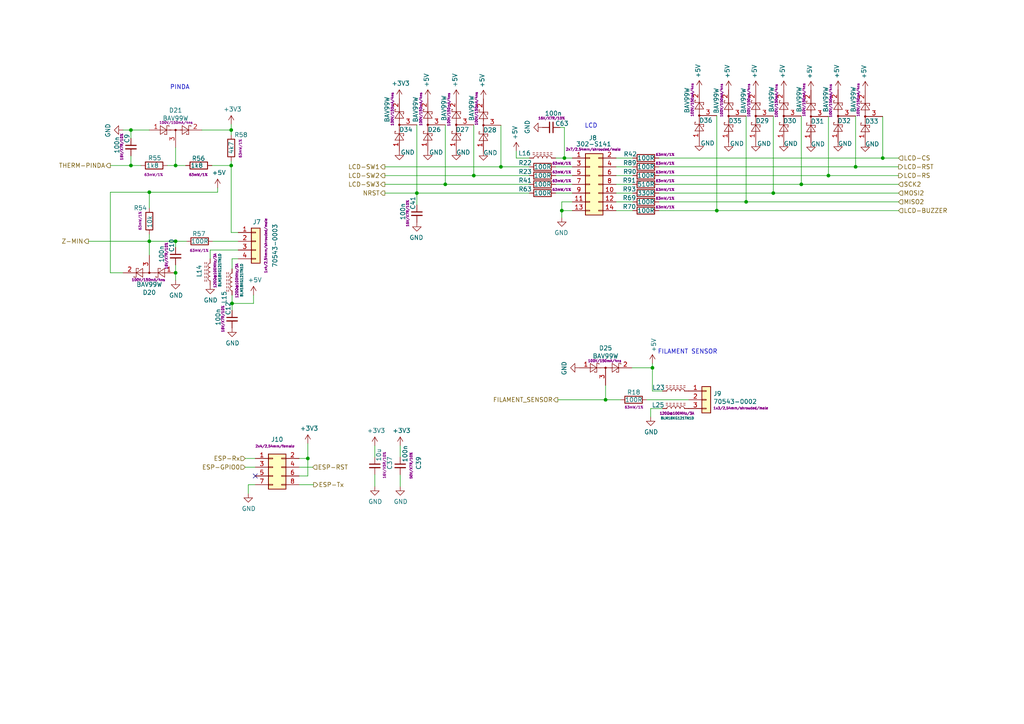
<source format=kicad_sch>
(kicad_sch (version 20211123) (generator eeschema)
  (paper "A4")
  (title_block (title "Buddy") (date "2019-10-24") (rev "v1.0.0") (company "PRUSA Research s.r.o.") (comment 1 "http://creativecommons.org/licenses/by-sa/4.0/") (comment 2 "Licensed under the Attribution-ShareAlike 4.0 International (CC BY-SA 4.0)"))
  (lib_symbols
    (symbol "BUDDY_v1.0.0-rescue:L_Core_Ferrite-Device" (pin_numbers hide) (pin_names (offset 1.016) hide)
      (property "Reference" "L" (at -1.27 0 90))
      (property "Value" "L_Core_Ferrite-Device" (at 2.794 0 90))
      (symbol "L_Core_Ferrite-Device_0_1"
        (arc (start 0 -2.54) (mid 0.635 -1.905) (end 0 -1.27))
        (arc (start 0 -1.27) (mid 0.635 -0.635) (end 0 0))
        (polyline (pts (xy 1.016 -2.794) (xy 1.016 -2.286)))
        (polyline (pts (xy 1.016 -1.778) (xy 1.016 -1.27)))
        (polyline (pts (xy 1.016 -0.762) (xy 1.016 -0.254)))
        (polyline (pts (xy 1.016 0.254) (xy 1.016 0.762)))
        (polyline (pts (xy 1.016 1.27) (xy 1.016 1.778)))
        (polyline (pts (xy 1.016 2.286) (xy 1.016 2.794)))
        (polyline (pts (xy 1.524 -2.286) (xy 1.524 -2.794)))
        (polyline (pts (xy 1.524 -1.27) (xy 1.524 -1.778)))
        (polyline (pts (xy 1.524 -0.254) (xy 1.524 -0.762)))
        (polyline (pts (xy 1.524 0.762) (xy 1.524 0.254)))
        (polyline (pts (xy 1.524 1.778) (xy 1.524 1.27)))
        (polyline (pts (xy 1.524 2.794) (xy 1.524 2.286)))
        (arc (start 0 0) (mid 0.635 0.635) (end 0 1.27))
        (arc (start 0 1.27) (mid 0.635 1.905) (end 0 2.54))
      )
      (symbol "L_Core_Ferrite-Device_1_1"
        (pin passive line (at 0 3.81 270) (length 1.27) (name "1") (number "1"))
        (pin passive line (at 0 -3.81 90) (length 1.27) (name "2") (number "2"))
      )
    )
    (symbol "Connector_Generic:Conn_01x03" (pin_names (offset 1.016) hide)
      (property "Reference" "J" (at 0 5.08 0))
      (property "Value" "Conn_01x03" (at 0 -5.08 0))
      (symbol "Conn_01x03_1_1"
        (rectangle (start -1.27 -2.413) (end 0 -2.667) (stroke (width 0.1524)))
        (rectangle (start -1.27 0.127) (end 0 -0.127) (stroke (width 0.1524)))
        (rectangle (start -1.27 2.667) (end 0 2.413) (stroke (width 0.1524)))
        (rectangle (start -1.27 3.81) (end 1.27 -3.81) (stroke (width 0.254)) (fill (type background)))
        (pin passive line (at -5.08 2.54 0) (length 3.81) (name "Pin_1") (number "1"))
        (pin passive line (at -5.08 0 0) (length 3.81) (name "Pin_2") (number "2"))
        (pin passive line (at -5.08 -2.54 0) (length 3.81) (name "Pin_3") (number "3"))
      )
    )
    (symbol "Connector_Generic:Conn_01x04" (pin_names (offset 1.016) hide)
      (property "Reference" "J" (at 0 5.08 0))
      (property "Value" "Conn_01x04" (at 0 -7.62 0))
      (symbol "Conn_01x04_1_1"
        (rectangle (start -1.27 -4.953) (end 0 -5.207) (stroke (width 0.1524)))
        (rectangle (start -1.27 -2.413) (end 0 -2.667) (stroke (width 0.1524)))
        (rectangle (start -1.27 0.127) (end 0 -0.127) (stroke (width 0.1524)))
        (rectangle (start -1.27 2.667) (end 0 2.413) (stroke (width 0.1524)))
        (rectangle (start -1.27 3.81) (end 1.27 -6.35) (stroke (width 0.254)) (fill (type background)))
        (pin passive line (at -5.08 2.54 0) (length 3.81) (name "Pin_1") (number "1"))
        (pin passive line (at -5.08 0 0) (length 3.81) (name "Pin_2") (number "2"))
        (pin passive line (at -5.08 -2.54 0) (length 3.81) (name "Pin_3") (number "3"))
        (pin passive line (at -5.08 -5.08 0) (length 3.81) (name "Pin_4") (number "4"))
      )
    )
    (symbol "Connector_Generic:Conn_02x04_Odd_Even" (pin_names (offset 1.016) hide)
      (property "Reference" "J" (at 1.27 5.08 0))
      (property "Value" "Conn_02x04_Odd_Even" (at 1.27 -7.62 0))
      (symbol "Conn_02x04_Odd_Even_1_1"
        (rectangle (start -1.27 -4.953) (end 0 -5.207) (stroke (width 0.1524)))
        (rectangle (start -1.27 -2.413) (end 0 -2.667) (stroke (width 0.1524)))
        (rectangle (start -1.27 0.127) (end 0 -0.127) (stroke (width 0.1524)))
        (rectangle (start -1.27 2.667) (end 0 2.413) (stroke (width 0.1524)))
        (rectangle (start -1.27 3.81) (end 3.81 -6.35) (stroke (width 0.254)) (fill (type background)))
        (rectangle (start 3.81 -4.953) (end 2.54 -5.207) (stroke (width 0.1524)))
        (rectangle (start 3.81 -2.413) (end 2.54 -2.667) (stroke (width 0.1524)))
        (rectangle (start 3.81 0.127) (end 2.54 -0.127) (stroke (width 0.1524)))
        (rectangle (start 3.81 2.667) (end 2.54 2.413) (stroke (width 0.1524)))
        (pin passive line (at -5.08 2.54 0) (length 3.81) (name "Pin_1") (number "1"))
        (pin passive line (at 7.62 2.54 180) (length 3.81) (name "Pin_2") (number "2"))
        (pin passive line (at -5.08 0 0) (length 3.81) (name "Pin_3") (number "3"))
        (pin passive line (at 7.62 0 180) (length 3.81) (name "Pin_4") (number "4"))
        (pin passive line (at -5.08 -2.54 0) (length 3.81) (name "Pin_5") (number "5"))
        (pin passive line (at 7.62 -2.54 180) (length 3.81) (name "Pin_6") (number "6"))
        (pin passive line (at -5.08 -5.08 0) (length 3.81) (name "Pin_7") (number "7"))
        (pin passive line (at 7.62 -5.08 180) (length 3.81) (name "Pin_8") (number "8"))
      )
    )
    (symbol "Connector_Generic:Conn_02x07_Odd_Even" (pin_names (offset 1.016) hide)
      (property "Reference" "J" (at 1.27 10.16 0))
      (property "Value" "Conn_02x07_Odd_Even" (at 1.27 -10.16 0))
      (symbol "Conn_02x07_Odd_Even_1_1"
        (rectangle (start -1.27 -7.493) (end 0 -7.747) (stroke (width 0.1524)))
        (rectangle (start -1.27 -4.953) (end 0 -5.207) (stroke (width 0.1524)))
        (rectangle (start -1.27 -2.413) (end 0 -2.667) (stroke (width 0.1524)))
        (rectangle (start -1.27 0.127) (end 0 -0.127) (stroke (width 0.1524)))
        (rectangle (start -1.27 2.667) (end 0 2.413) (stroke (width 0.1524)))
        (rectangle (start -1.27 5.207) (end 0 4.953) (stroke (width 0.1524)))
        (rectangle (start -1.27 7.747) (end 0 7.493) (stroke (width 0.1524)))
        (rectangle (start -1.27 8.89) (end 3.81 -8.89) (stroke (width 0.254)) (fill (type background)))
        (rectangle (start 3.81 -7.493) (end 2.54 -7.747) (stroke (width 0.1524)))
        (rectangle (start 3.81 -4.953) (end 2.54 -5.207) (stroke (width 0.1524)))
        (rectangle (start 3.81 -2.413) (end 2.54 -2.667) (stroke (width 0.1524)))
        (rectangle (start 3.81 0.127) (end 2.54 -0.127) (stroke (width 0.1524)))
        (rectangle (start 3.81 2.667) (end 2.54 2.413) (stroke (width 0.1524)))
        (rectangle (start 3.81 5.207) (end 2.54 4.953) (stroke (width 0.1524)))
        (rectangle (start 3.81 7.747) (end 2.54 7.493) (stroke (width 0.1524)))
        (pin passive line (at -5.08 7.62 0) (length 3.81) (name "Pin_1") (number "1"))
        (pin passive line (at 7.62 -2.54 180) (length 3.81) (name "Pin_10") (number "10"))
        (pin passive line (at -5.08 -5.08 0) (length 3.81) (name "Pin_11") (number "11"))
        (pin passive line (at 7.62 -5.08 180) (length 3.81) (name "Pin_12") (number "12"))
        (pin passive line (at -5.08 -7.62 0) (length 3.81) (name "Pin_13") (number "13"))
        (pin passive line (at 7.62 -7.62 180) (length 3.81) (name "Pin_14") (number "14"))
        (pin passive line (at 7.62 7.62 180) (length 3.81) (name "Pin_2") (number "2"))
        (pin passive line (at -5.08 5.08 0) (length 3.81) (name "Pin_3") (number "3"))
        (pin passive line (at 7.62 5.08 180) (length 3.81) (name "Pin_4") (number "4"))
        (pin passive line (at -5.08 2.54 0) (length 3.81) (name "Pin_5") (number "5"))
        (pin passive line (at 7.62 2.54 180) (length 3.81) (name "Pin_6") (number "6"))
        (pin passive line (at -5.08 0 0) (length 3.81) (name "Pin_7") (number "7"))
        (pin passive line (at 7.62 0 180) (length 3.81) (name "Pin_8") (number "8"))
        (pin passive line (at -5.08 -2.54 0) (length 3.81) (name "Pin_9") (number "9"))
      )
    )
    (symbol "Device:C_Small" (pin_numbers hide) (pin_names (offset 0.254) hide)
      (property "Reference" "C" (at 0.254 1.778 0))
      (property "Value" "C_Small" (at 0.254 -2.032 0))
      (symbol "C_Small_0_1"
        (polyline (pts (xy -1.524 -0.508) (xy 1.524 -0.508)) (stroke (width 0.3302)))
        (polyline (pts (xy -1.524 0.508) (xy 1.524 0.508)) (stroke (width 0.3048)))
      )
      (symbol "C_Small_1_1"
        (pin passive line (at 0 2.54 270) (length 2.032) (name "~") (number "1"))
        (pin passive line (at 0 -2.54 90) (length 2.032) (name "~") (number "2"))
      )
    )
    (symbol "Device:R" (pin_numbers hide) (pin_names (offset 0))
      (property "Reference" "R" (at 2.032 0 90))
      (property "Value" "R" (at 0 0 90))
      (symbol "R_0_1"
        (rectangle (start -1.016 -2.54) (end 1.016 2.54) (stroke (width 0.254)))
      )
      (symbol "R_1_1"
        (pin passive line (at 0 3.81 270) (length 1.27) (name "~") (number "1"))
        (pin passive line (at 0 -3.81 90) (length 1.27) (name "~") (number "2"))
      )
    )
    (symbol "Diode:BAS40-04" (pin_names (offset 1.016))
      (property "Reference" "D" (at 0.635 -1.27 0))
      (property "Value" "BAS40-04" (at -6.35 5.715 0))
      (symbol "BAS40-04_0_1"
        (polyline (pts (xy -3.81 2.54) (xy -1.27 2.54)))
        (polyline (pts (xy -3.175 1.27) (xy -3.175 1.524)))
        (polyline (pts (xy -2.54 1.27) (xy -3.175 1.27)))
        (polyline (pts (xy -2.54 1.27) (xy -2.54 3.81)))
        (polyline (pts (xy -2.54 3.81) (xy -1.905 3.81)))
        (polyline (pts (xy -1.905 2.54) (xy 1.905 2.54)))
        (polyline (pts (xy -1.905 3.81) (xy -1.905 3.556)))
        (polyline (pts (xy 1.27 2.54) (xy 3.81 2.54)))
        (polyline (pts (xy 3.175 1.27) (xy 3.175 1.524)))
        (polyline (pts (xy 3.81 1.27) (xy 3.175 1.27)))
        (polyline (pts (xy 3.81 1.27) (xy 3.81 3.81)))
        (polyline (pts (xy 3.81 3.81) (xy 4.445 3.81)))
        (polyline (pts (xy 4.445 3.81) (xy 4.445 3.556)))
        (polyline (pts (xy -4.445 3.81) (xy -4.445 1.27) (xy -2.54 2.54) (xy -4.445 3.81)))
        (polyline (pts (xy 1.905 3.81) (xy 1.905 1.27) (xy 3.81 2.54) (xy 1.905 3.81)))
        (circle (center 0 2.54) (radius 0.254) (fill (type outline)))
      )
      (symbol "BAS40-04_1_1"
        (pin passive line (at -7.62 2.54 0) (length 3.81) (name "~") (number "1"))
        (pin passive line (at 7.62 2.54 180) (length 3.81) (name "~") (number "2"))
        (pin passive line (at 0 -2.54 90) (length 5.08) (name "~") (number "3"))
      )
    )
    (symbol "power:+3.3V" (power) (pin_names (offset 0))
      (property "Value" "+3.3V" (at 0 3.556 0))
      (symbol "+3.3V_0_1"
        (polyline (pts (xy -0.762 1.27) (xy 0 2.54)))
        (polyline (pts (xy 0 0) (xy 0 2.54)))
        (polyline (pts (xy 0 2.54) (xy 0.762 1.27)))
      )
      (symbol "+3.3V_1_1"
        (pin power_in line (at 0 0 90) (length 0) hide (name "+3V3") (number "1"))
      )
    )
    (symbol "power:+5V" (power) (pin_names (offset 0))
      (property "Value" "+5V" (at 0 3.556 0))
      (symbol "+5V_0_1"
        (polyline (pts (xy -0.762 1.27) (xy 0 2.54)))
        (polyline (pts (xy 0 0) (xy 0 2.54)))
        (polyline (pts (xy 0 2.54) (xy 0.762 1.27)))
      )
      (symbol "+5V_1_1"
        (pin power_in line (at 0 0 90) (length 0) hide (name "+5V") (number "1"))
      )
    )
    (symbol "power:GND" (power) (pin_names (offset 0))
      (property "Value" "GND" (at 0 -3.81 0))
      (symbol "GND_0_1"
        (polyline (pts (xy 0 0) (xy 0 -1.27) (xy 1.27 -1.27) (xy 0 -2.54) (xy -1.27 -1.27) (xy 0 -1.27)))
      )
      (symbol "GND_1_1"
        (pin power_in line (at 0 0 270) (length 0) hide (name "GND") (number "1"))
      )
    )
  )
  (junction (at 224.282 56.007))
  (junction (at 232.41 53.467))
  (junction (at 67.31 88.011))
  (junction (at 189.23 106.68))
  (junction (at 216.408 58.547))
  (junction (at 37.973 48.006))
  (junction (at 162.941 61.087))
  (junction (at 145.288 48.387))
  (junction (at 43.307 69.977))
  (junction (at 67.056 37.719))
  (junction (at 50.927 48.006))
  (junction (at 248.158 48.387))
  (junction (at 256.032 45.847))
  (junction (at 163.703 45.847))
  (junction (at 50.927 69.977))
  (junction (at 50.927 79.121))
  (junction (at 207.899 61.087))
  (junction (at 89.281 132.969))
  (junction (at 137.414 50.927))
  (junction (at 43.307 55.753))
  (junction (at 67.056 48.006))
  (junction (at 129.159 53.467))
  (junction (at 120.904 56.007))
  (junction (at 37.973 37.719))
  (junction (at 240.284 50.927))
  (junction (at 175.641 115.951))
  (no_connect (at 74.041 138.049))
  (wire (pts (xy 145.288 48.387) (xy 153.543 48.387)))
  (wire (pts (xy 43.307 74.041) (xy 43.307 69.977)))
  (wire (pts (xy 162.433 36.957) (xy 163.703 36.957)))
  (wire (pts (xy 74.041 135.509) (xy 71.12 135.509)))
  (wire (pts (xy 53.848 48.006) (xy 50.927 48.006)))
  (wire (pts (xy 116.078 129.286) (xy 116.078 132.588)))
  (wire (pts (xy 161.163 56.007) (xy 165.989 56.007)))
  (wire (pts (xy 60.96 72.517) (xy 69.088 72.517)))
  (wire (pts (xy 72.009 143.129) (xy 72.009 140.589)))
  (wire (pts (xy 191.135 58.547) (xy 216.408 58.547)))
  (wire (pts (xy 188.722 118.491) (xy 192.151 118.491)))
  (wire (pts (xy 120.904 56.007) (xy 120.904 59.436)))
  (wire (pts (xy 137.414 50.927) (xy 153.543 50.927)))
  (wire (pts (xy 67.31 88.011) (xy 73.533 88.011)))
  (wire (pts (xy 58.547 37.719) (xy 67.056 37.719)))
  (wire (pts (xy 120.904 36.195) (xy 120.904 56.007)))
  (wire (pts (xy 163.703 45.847) (xy 161.163 45.847)))
  (wire (pts (xy 188.722 120.904) (xy 188.722 118.491)))
  (wire (pts (xy 67.056 48.006) (xy 67.056 67.437)))
  (wire (pts (xy 43.307 60.325) (xy 43.307 55.753)))
  (wire (pts (xy 183.515 53.467) (xy 178.689 53.467)))
  (wire (pts (xy 43.307 55.753) (xy 63.119 55.753)))
  (wire (pts (xy 43.307 69.977) (xy 25.654 69.977)))
  (wire (pts (xy 232.41 33.655) (xy 232.41 53.467)))
  (wire (pts (xy 67.31 75.057) (xy 69.088 75.057)))
  (wire (pts (xy 74.041 132.969) (xy 71.12 132.969)))
  (wire (pts (xy 137.414 36.195) (xy 137.414 50.927)))
  (wire (pts (xy 108.712 137.668) (xy 108.712 141.097)))
  (wire (pts (xy 120.904 56.007) (xy 153.543 56.007)))
  (wire (pts (xy 86.741 138.049) (xy 89.281 138.049)))
  (wire (pts (xy 32.004 55.753) (xy 43.307 55.753)))
  (wire (pts (xy 191.135 48.387) (xy 248.158 48.387)))
  (wire (pts (xy 86.741 132.969) (xy 89.281 132.969)))
  (wire (pts (xy 149.733 45.847) (xy 149.733 43.815)))
  (wire (pts (xy 37.973 37.719) (xy 35.687 37.719)))
  (wire (pts (xy 189.23 106.68) (xy 189.23 105.41)))
  (wire (pts (xy 60.96 75.057) (xy 60.96 72.517)))
  (wire (pts (xy 67.31 77.978) (xy 67.31 75.057)))
  (wire (pts (xy 50.927 42.799) (xy 50.927 48.006)))
  (wire (pts (xy 187.579 115.951) (xy 199.771 115.951)))
  (wire (pts (xy 37.973 48.006) (xy 40.894 48.006)))
  (wire (pts (xy 162.941 58.547) (xy 165.989 58.547)))
  (wire (pts (xy 116.078 137.668) (xy 116.078 141.097)))
  (wire (pts (xy 216.408 33.655) (xy 216.408 58.547)))
  (wire (pts (xy 50.927 48.006) (xy 48.514 48.006)))
  (wire (pts (xy 43.307 69.977) (xy 50.927 69.977)))
  (wire (pts (xy 43.307 69.977) (xy 43.307 67.945)))
  (wire (pts (xy 37.973 48.006) (xy 32.004 48.006)))
  (wire (pts (xy 72.009 140.589) (xy 74.041 140.589)))
  (wire (pts (xy 189.23 113.411) (xy 189.23 106.68)))
  (wire (pts (xy 161.798 115.951) (xy 175.641 115.951)))
  (wire (pts (xy 108.712 132.588) (xy 108.712 129.286)))
  (wire (pts (xy 256.032 45.847) (xy 260.604 45.847)))
  (wire (pts (xy 73.533 88.011) (xy 73.533 85.598)))
  (wire (pts (xy 183.515 45.847) (xy 178.689 45.847)))
  (wire (pts (xy 89.281 132.969) (xy 89.281 128.651)))
  (wire (pts (xy 145.288 36.322) (xy 145.288 48.387)))
  (wire (pts (xy 183.515 58.547) (xy 178.689 58.547)))
  (wire (pts (xy 129.159 53.467) (xy 153.543 53.467)))
  (wire (pts (xy 50.927 69.977) (xy 50.927 71.755)))
  (wire (pts (xy 248.158 33.655) (xy 248.158 48.387)))
  (wire (pts (xy 165.989 50.927) (xy 161.163 50.927)))
  (wire (pts (xy 50.927 81.28) (xy 50.927 79.121)))
  (wire (pts (xy 111.633 48.387) (xy 145.288 48.387)))
  (wire (pts (xy 191.135 53.467) (xy 232.41 53.467)))
  (wire (pts (xy 183.515 56.007) (xy 178.689 56.007)))
  (wire (pts (xy 89.281 132.969) (xy 89.281 138.049)))
  (wire (pts (xy 216.408 58.547) (xy 260.604 58.547)))
  (wire (pts (xy 207.899 33.528) (xy 207.899 61.087)))
  (wire (pts (xy 179.959 115.951) (xy 175.641 115.951)))
  (wire (pts (xy 256.032 33.782) (xy 256.032 45.847)))
  (wire (pts (xy 61.468 48.006) (xy 67.056 48.006)))
  (wire (pts (xy 111.633 50.927) (xy 137.414 50.927)))
  (wire (pts (xy 86.741 135.509) (xy 90.678 135.509)))
  (wire (pts (xy 129.159 36.195) (xy 129.159 53.467)))
  (wire (pts (xy 248.158 48.387) (xy 260.604 48.387)))
  (wire (pts (xy 162.941 61.087) (xy 162.941 58.547)))
  (wire (pts (xy 50.927 76.835) (xy 50.927 79.121)))
  (wire (pts (xy 32.004 79.121) (xy 32.004 55.753)))
  (wire (pts (xy 175.641 111.76) (xy 175.641 115.951)))
  (wire (pts (xy 224.282 33.655) (xy 224.282 56.007)))
  (wire (pts (xy 183.515 50.927) (xy 178.689 50.927)))
  (wire (pts (xy 86.741 140.589) (xy 90.932 140.589)))
  (wire (pts (xy 67.056 39.116) (xy 67.056 37.719)))
  (wire (pts (xy 191.135 61.087) (xy 207.899 61.087)))
  (wire (pts (xy 35.687 79.121) (xy 32.004 79.121)))
  (wire (pts (xy 50.927 69.977) (xy 54.102 69.977)))
  (wire (pts (xy 67.056 46.736) (xy 67.056 48.006)))
  (wire (pts (xy 67.056 37.719) (xy 67.056 36.068)))
  (wire (pts (xy 240.284 50.927) (xy 260.604 50.927)))
  (wire (pts (xy 67.056 67.437) (xy 69.088 67.437)))
  (wire (pts (xy 191.135 56.007) (xy 224.282 56.007)))
  (wire (pts (xy 192.151 113.411) (xy 189.23 113.411)))
  (wire (pts (xy 111.633 53.467) (xy 129.159 53.467)))
  (wire (pts (xy 183.515 48.387) (xy 178.689 48.387)))
  (wire (pts (xy 161.163 53.467) (xy 165.989 53.467)))
  (wire (pts (xy 224.282 56.007) (xy 260.604 56.007)))
  (wire (pts (xy 162.941 63.119) (xy 162.941 61.087)))
  (wire (pts (xy 232.41 53.467) (xy 260.604 53.467)))
  (wire (pts (xy 67.31 88.011) (xy 67.31 90.043)))
  (wire (pts (xy 37.973 37.719) (xy 43.307 37.719)))
  (wire (pts (xy 163.703 36.957) (xy 163.703 45.847)))
  (wire (pts (xy 149.733 45.847) (xy 153.543 45.847)))
  (wire (pts (xy 165.989 45.847) (xy 163.703 45.847)))
  (wire (pts (xy 191.135 45.847) (xy 256.032 45.847)))
  (wire (pts (xy 63.119 55.753) (xy 63.119 54.483)))
  (wire (pts (xy 67.31 85.598) (xy 67.31 88.011)))
  (wire (pts (xy 69.088 69.977) (xy 61.722 69.977)))
  (wire (pts (xy 165.989 48.387) (xy 161.163 48.387)))
  (wire (pts (xy 183.515 61.087) (xy 178.689 61.087)))
  (wire (pts (xy 120.904 56.007) (xy 111.633 56.007)))
  (wire (pts (xy 240.284 33.782) (xy 240.284 50.927)))
  (wire (pts (xy 191.135 50.927) (xy 240.284 50.927)))
  (wire (pts (xy 183.261 106.68) (xy 189.23 106.68)))
  (wire (pts (xy 37.973 45.212) (xy 37.973 48.006)))
  (wire (pts (xy 207.899 61.087) (xy 260.604 61.087)))
  (wire (pts (xy 165.989 61.087) (xy 162.941 61.087)))
  (wire (pts (xy 37.973 40.132) (xy 37.973 37.719)))
  (text "PINDA" (at 49.276 26.162 0) (effects (font (size 1.27 1.27)) (justify left bottom)))
  (text "LCD" (at 169.545 37.338 0) (effects (font (size 1.27 1.27)) (justify left bottom)))
  (text "FILAMENT SENSOR" (at 190.754 102.87 0) (effects (font (size 1.27 1.27)) (justify left bottom)))
  (hierarchical_label "FILAMENT_SENSOR" (shape output) (at 161.798 115.951 180))
  (hierarchical_label "NRST" (shape output) (at 111.633 56.007 180))
  (hierarchical_label "Z-MIN" (shape output) (at 25.654 69.977 180))
  (hierarchical_label "MOSI2" (shape input) (at 260.604 56.007 0))
  (hierarchical_label "LCD-BUZZER" (shape input) (at 260.604 61.087 0))
  (hierarchical_label "ESP-Rx" (shape input) (at 71.12 132.969 180))
  (hierarchical_label "LCD-RST" (shape output) (at 260.604 48.387 0))
  (hierarchical_label "LCD-CS" (shape input) (at 260.604 45.847 0))
  (hierarchical_label "LCD-SW1" (shape output) (at 111.633 48.387 180))
  (hierarchical_label "MISO2" (shape input) (at 260.604 58.547 0))
  (hierarchical_label "THERM-PINDA" (shape output) (at 32.004 48.006 180))
  (hierarchical_label "SCK2" (shape input) (at 260.604 53.467 0))
  (hierarchical_label "LCD-RS" (shape output) (at 260.604 50.927 0))
  (hierarchical_label "ESP-Tx" (shape output) (at 90.932 140.589 0))
  (hierarchical_label "ESP-GPIO0" (shape input) (at 71.12 135.509 180))
  (hierarchical_label "ESP-RST" (shape input) (at 90.678 135.509 0))
  (hierarchical_label "LCD-SW3" (shape output) (at 111.633 53.467 180))
  (hierarchical_label "LCD-SW2" (shape output) (at 111.633 50.927 180))
  (symbol (lib_id "BUDDY_v1.0.0-rescue:L_Core_Ferrite-Device") (at 195.961 118.491 90) (unit 1)
    (property "Reference" "L25" (at 190.881 117.475 90))
    (property "Value" "BLM18KG121TN1D" (at 196.469 121.285 90) (effects (font (size 0.7112 0.7112))))
    (property "Footprint" "A3IDES_footprints:R_0603_1608Metric" (effects hide))
    (property "req" "120Ω@100MHz/3A" (at 196.342 119.888 90) (effects (font (size 0.7112 0.7112))))
  )
  (symbol (lib_id "BUDDY_v1.0.0-rescue:L_Core_Ferrite-Device") (at 195.961 113.411 90) (unit 1)
    (property "Reference" "L23" (at 191.008 112.395 90))
    (property "Value" "BLM18KG121TN1D" (effects hide))
    (property "Footprint" "A3IDES_footprints:R_0603_1608Metric" (effects hide))
    (property "req" "120Ω@100MHz/3A" (effects hide))
  )
  (symbol (lib_id "power:+5V") (at 149.733 43.815 0) (mirror y) (unit 1)
    (property "Reference" "#PWR093" (effects hide))
    (property "Value" "+5V" (at 149.352 40.5638 90) (effects (justify left)))
  )
  (symbol (lib_id "power:GND") (at 162.941 63.119 0) (mirror y) (unit 1)
    (property "Reference" "#PWR092" (effects hide))
    (property "Value" "GND" (at 162.814 67.5132 0))
  )
  (symbol (lib_id "Device:R") (at 157.353 56.007 270) (unit 1)
    (property "Reference" "R63" (at 150.368 54.864 90) (effects (justify left)))
    (property "Value" "100R" (at 154.813 56.007 90) (effects (justify left)))
    (property "Footprint" "A3IDES_footprints:R_0402_1005Metric" (effects hide))
    (property "req" "63mW/1%" (at 162.941 54.991 90) (effects (font (size 0.7112 0.7112))))
  )
  (symbol (lib_id "Diode:BAS40-04") (at 118.364 36.195 90) (unit 1)
    (property "Reference" "D34" (at 117.729 37.592 90))
    (property "Value" "BAV99W" (at 112.268 31.75 0))
    (property "Footprint" "Package_TO_SOT_SMD:SOT-323_SC-70" (effects hide))
    (property "req" "100V/150mA/4ns" (at 113.792 31.623 0) (effects (font (size 0.7112 0.7112))))
  )
  (symbol (lib_id "power:GND") (at 115.824 43.815 0) (mirror y) (unit 1)
    (property "Reference" "#PWR0118" (effects hide))
    (property "Value" "GND" (at 118.237 44.196 0))
  )
  (symbol (lib_id "Device:R") (at 187.325 58.547 270) (unit 1)
    (property "Reference" "R69" (at 180.594 57.404 90) (effects (justify left)))
    (property "Value" "100R" (at 184.785 58.547 90) (effects (justify left)))
    (property "Footprint" "A3IDES_footprints:R_0402_1005Metric" (effects hide))
    (property "req" "63mW/1%" (at 192.913 57.531 90) (effects (font (size 0.7112 0.7112))))
  )
  (symbol (lib_id "Diode:BAS40-04") (at 213.868 33.655 90) (unit 1)
    (property "Reference" "D35" (at 213.233 35.052 90))
    (property "Value" "BAV99W" (at 207.772 29.21 0))
    (property "Footprint" "Package_TO_SOT_SMD:SOT-323_SC-70" (effects hide))
    (property "req" "100V/150mA/4ns" (at 209.296 29.083 0) (effects (font (size 0.7112 0.7112))))
  )
  (symbol (lib_id "power:+5V") (at 211.328 26.035 0) (mirror y) (unit 1)
    (property "Reference" "#PWR026" (effects hide))
    (property "Value" "+5V" (at 210.947 22.7838 90) (effects (justify left)))
  )
  (symbol (lib_id "power:GND") (at 211.328 41.275 0) (mirror y) (unit 1)
    (property "Reference" "#PWR027" (effects hide))
    (property "Value" "GND" (at 213.741 41.656 0))
  )
  (symbol (lib_id "Connector_Generic:Conn_02x04_Odd_Even") (at 79.121 135.509 0) (unit 1)
    (property "Reference" "J10" (at 80.391 127.4572 0))
    (property "Value" "Conn_02x04_Odd_Even" (effects hide))
    (property "Footprint" "Connector_PinHeader_2.54mm:PinHeader_2x04_P2.54mm_Vertical" (effects hide))
    (property "req" "2x4/2,54mm/female" (at 79.756 129.413 0) (effects (font (size 0.7112 0.7112))))
  )
  (symbol (lib_id "power:+3.3V") (at 89.281 128.651 0) (unit 1)
    (property "Reference" "#PWR0111" (effects hide))
    (property "Value" "+3.3V" (at 89.662 124.2568 0))
  )
  (symbol (lib_id "power:GND") (at 72.009 143.129 0) (unit 1)
    (property "Reference" "#PWR028" (effects hide))
    (property "Value" "GND" (at 72.136 147.5232 0))
  )
  (symbol (lib_id "Device:C_Small") (at 108.712 135.128 0) (unit 1)
    (property "Reference" "C37" (at 113.03 136.271 90) (effects (justify left)))
    (property "Value" "10u" (at 109.855 133.858 90) (effects (justify left)))
    (property "Footprint" "A3IDES_footprints:C_0805_2012Metric" (effects hide))
    (property "req" "16V/X5R/10%" (at 111.506 138.811 90) (effects (font (size 0.7112 0.7112)) (justify left)))
  )
  (symbol (lib_id "Device:C_Small") (at 116.078 135.128 0) (unit 1)
    (property "Reference" "C39" (at 121.412 136.271 90) (effects (justify left)))
    (property "Value" "100n" (at 117.475 134.112 90) (effects (justify left)))
    (property "Footprint" "A3IDES_footprints:C_0603_1608Metric" (effects hide))
    (property "req" "50V/X7R/10%" (at 119.253 138.938 90) (effects (font (size 0.7112 0.7112)) (justify left)))
  )
  (symbol (lib_id "Connector_Generic:Conn_01x04") (at 74.168 69.977 0) (unit 1)
    (property "Reference" "J7" (at 73.279 64.389 0) (effects (justify left)))
    (property "Value" "70543-0003" (at 79.756 77.597 90) (effects (justify left)))
    (property "Footprint" "A3IDES_footprints:Pin_1x04-XL" (effects hide))
    (property "req" "1x4/2,54mm/shrouded/male" (at 77.089 71.247 90) (effects (font (size 0.7112 0.7112))))
  )
  (symbol (lib_id "Diode:BAS40-04") (at 50.927 40.259 0) (unit 1)
    (property "Reference" "D21" (at 50.927 32.004 0))
    (property "Value" "BAV99W" (at 50.927 34.3154 0))
    (property "Footprint" "Package_TO_SOT_SMD:SOT-323_SC-70" (effects hide))
    (property "req" "100V/150mA/4ns" (at 51.054 35.56 0) (effects (font (size 0.7112 0.7112))))
  )
  (symbol (lib_id "Device:R") (at 67.056 42.926 0) (unit 1)
    (property "Reference" "R58" (at 67.945 39.116 0) (effects (justify left)))
    (property "Value" "4k7" (at 67.056 44.704 90) (effects (justify left)))
    (property "Footprint" "A3IDES_footprints:R_0402_1005Metric" (effects hide))
    (property "req" "63mW/1%" (at 69.723 43.053 90) (effects (font (size 0.7112 0.7112))))
  )
  (symbol (lib_id "Device:R") (at 44.704 48.006 270) (unit 1)
    (property "Reference" "R55" (at 42.926 45.847 90) (effects (justify left)))
    (property "Value" "1k8" (at 42.418 48.006 90) (effects (justify left)))
    (property "Footprint" "A3IDES_footprints:R_0402_1005Metric" (effects hide))
    (property "req" "63mW/1%" (at 44.577 50.673 90) (effects (font (size 0.7112 0.7112))))
  )
  (symbol (lib_id "Device:R") (at 57.658 48.006 270) (unit 1)
    (property "Reference" "R56" (at 55.626 45.974 90) (effects (justify left)))
    (property "Value" "1k8" (at 55.245 48.006 90) (effects (justify left)))
    (property "Footprint" "A3IDES_footprints:R_0402_1005Metric" (effects hide))
    (property "req" "63mW/1%" (at 57.531 50.673 90) (effects (font (size 0.7112 0.7112))))
  )
  (symbol (lib_id "power:GND") (at 35.687 37.719 270) (unit 1)
    (property "Reference" "#PWR084" (effects hide))
    (property "Value" "GND" (at 31.2928 37.846 0))
  )
  (symbol (lib_id "Diode:BAS40-04") (at 43.307 76.581 180) (unit 1)
    (property "Reference" "D20" (at 43.307 84.836 0))
    (property "Value" "BAV99W" (at 43.307 82.5246 0))
    (property "Footprint" "Package_TO_SOT_SMD:SOT-323_SC-70" (effects hide))
    (property "req" "100V/150mA/4ns" (at 43.053 81.153 0) (effects (font (size 0.7112 0.7112))))
  )
  (symbol (lib_id "Device:R") (at 57.912 69.977 270) (unit 1)
    (property "Reference" "R57" (at 55.753 67.818 90) (effects (justify left)))
    (property "Value" "100R" (at 55.372 69.977 90) (effects (justify left)))
    (property "Footprint" "A3IDES_footprints:R_0402_1005Metric" (effects hide))
    (property "req" "63mW/1%" (at 57.785 72.644 90) (effects (font (size 0.7112 0.7112))))
  )
  (symbol (lib_id "power:GND") (at 50.927 81.28 0) (unit 1)
    (property "Reference" "#PWR085" (effects hide))
    (property "Value" "GND" (at 51.054 85.6742 0))
  )
  (symbol (lib_id "Device:R") (at 43.307 64.135 180) (unit 1)
    (property "Reference" "R54" (at 42.672 60.325 0) (effects (justify left)))
    (property "Value" "10k" (at 43.434 62.484 90) (effects (justify left)))
    (property "Footprint" "A3IDES_footprints:R_0402_1005Metric" (effects hide))
    (property "req" "63mW/1%" (at 40.64 64.008 90) (effects (font (size 0.7112 0.7112))))
  )
  (symbol (lib_id "BUDDY_v1.0.0-rescue:L_Core_Ferrite-Device") (at 60.96 78.867 180) (unit 1)
    (property "Reference" "L14" (at 57.785 78.613 90))
    (property "Value" "BLM18KG121TN1D" (at 63.754 78.359 90) (effects (font (size 0.7112 0.7112))))
    (property "Footprint" "A3IDES_footprints:R_0603_1608Metric" (effects hide))
    (property "req" "120Ω@100MHz/3A" (at 62.357 78.486 90) (effects (font (size 0.7112 0.7112))))
  )
  (symbol (lib_id "power:GND") (at 60.96 82.677 0) (unit 1)
    (property "Reference" "#PWR086" (effects hide))
    (property "Value" "GND" (at 61.087 87.0712 0))
  )
  (symbol (lib_id "BUDDY_v1.0.0-rescue:L_Core_Ferrite-Device") (at 67.31 81.788 180) (unit 1)
    (property "Reference" "L15" (at 65.024 86.233 90))
    (property "Value" "BLM18KG121TN1D" (at 70.104 81.28 90) (effects (font (size 0.7112 0.7112))))
    (property "Footprint" "A3IDES_footprints:R_0603_1608Metric" (effects hide))
    (property "req" "120Ω@100MHz/3A" (at 68.707 81.407 90) (effects (font (size 0.7112 0.7112))))
  )
  (symbol (lib_id "power:GND") (at 67.31 95.123 0) (unit 1)
    (property "Reference" "#PWR088" (effects hide))
    (property "Value" "GND" (at 67.437 99.5172 0))
  )
  (symbol (lib_id "power:+5V") (at 73.533 85.598 0) (unit 1)
    (property "Reference" "#PWR089" (effects hide))
    (property "Value" "+5V" (at 73.914 81.2038 0))
  )
  (symbol (lib_id "power:+3.3V") (at 108.712 129.286 0) (unit 1)
    (property "Reference" "#PWR0149" (effects hide))
    (property "Value" "+3.3V" (at 109.093 124.8918 0))
  )
  (symbol (lib_id "power:GND") (at 108.712 141.097 0) (unit 1)
    (property "Reference" "#PWR0152" (effects hide))
    (property "Value" "GND" (at 108.839 145.4912 0))
  )
  (symbol (lib_id "power:GND") (at 116.078 141.097 0) (unit 1)
    (property "Reference" "#PWR0158" (effects hide))
    (property "Value" "GND" (at 116.205 145.4912 0))
  )
  (symbol (lib_id "power:+3.3V") (at 116.078 129.286 0) (unit 1)
    (property "Reference" "#PWR0157" (effects hide))
    (property "Value" "+3.3V" (at 116.459 124.8918 0))
  )
  (symbol (lib_id "Diode:BAS40-04") (at 175.641 109.22 0) (unit 1)
    (property "Reference" "D25" (at 175.641 100.965 0))
    (property "Value" "BAV99W" (at 175.641 103.2764 0))
    (property "Footprint" "Package_TO_SOT_SMD:SOT-323_SC-70" (effects hide))
    (property "req" "100V/150mA/4ns" (at 175.387 104.648 0) (effects (font (size 0.7112 0.7112))))
  )
  (symbol (lib_id "power:GND") (at 168.021 106.68 270) (unit 1)
    (property "Reference" "#PWR019" (effects hide))
    (property "Value" "GND" (at 163.6268 106.807 0))
  )
  (symbol (lib_id "Device:R") (at 183.769 115.951 270) (unit 1)
    (property "Reference" "R18" (at 181.864 113.792 90) (effects (justify left)))
    (property "Value" "100R" (at 181.229 115.951 90) (effects (justify left)))
    (property "Footprint" "A3IDES_footprints:R_0402_1005Metric" (effects hide))
    (property "req" "63mW/1%" (at 183.896 118.11 90) (effects (font (size 0.7112 0.7112))))
  )
  (symbol (lib_id "Device:R") (at 157.353 48.387 270) (unit 1)
    (property "Reference" "R22" (at 150.368 47.244 90) (effects (justify left)))
    (property "Value" "100R" (at 154.813 48.387 90) (effects (justify left)))
    (property "Footprint" "A3IDES_footprints:R_0402_1005Metric" (effects hide))
    (property "req" "63mW/1%" (at 162.941 47.371 90) (effects (font (size 0.7112 0.7112))))
  )
  (symbol (lib_id "Device:R") (at 157.353 50.927 270) (unit 1)
    (property "Reference" "R23" (at 150.368 49.784 90) (effects (justify left)))
    (property "Value" "100R" (at 154.813 50.927 90) (effects (justify left)))
    (property "Footprint" "A3IDES_footprints:R_0402_1005Metric" (effects hide))
    (property "req" "63mW/1%" (at 162.941 49.911 90) (effects (font (size 0.7112 0.7112))))
  )
  (symbol (lib_id "Device:R") (at 157.353 53.467 270) (unit 1)
    (property "Reference" "R41" (at 150.368 52.324 90) (effects (justify left)))
    (property "Value" "100R" (at 154.813 53.467 90) (effects (justify left)))
    (property "Footprint" "A3IDES_footprints:R_0402_1005Metric" (effects hide))
    (property "req" "63mW/1%" (at 162.941 52.451 90) (effects (font (size 0.7112 0.7112))))
  )
  (symbol (lib_id "Device:R") (at 187.325 45.847 270) (unit 1)
    (property "Reference" "R42" (at 180.848 44.704 90) (effects (justify left)))
    (property "Value" "100R" (at 184.785 45.847 90) (effects (justify left)))
    (property "Footprint" "A3IDES_footprints:R_0402_1005Metric" (effects hide))
    (property "req" "63mW/1%" (at 192.913 44.831 90) (effects (font (size 0.7112 0.7112))))
  )
  (symbol (lib_id "Device:R") (at 187.325 48.387 270) (unit 1)
    (property "Reference" "R89" (at 180.721 47.244 90) (effects (justify left)))
    (property "Value" "100R" (at 184.785 48.387 90) (effects (justify left)))
    (property "Footprint" "A3IDES_footprints:R_0402_1005Metric" (effects hide))
    (property "req" "63mW/1%" (at 192.913 47.371 90) (effects (font (size 0.7112 0.7112))))
  )
  (symbol (lib_id "Device:R") (at 187.325 50.927 270) (unit 1)
    (property "Reference" "R90" (at 180.721 49.784 90) (effects (justify left)))
    (property "Value" "100R" (at 184.785 50.927 90) (effects (justify left)))
    (property "Footprint" "A3IDES_footprints:R_0402_1005Metric" (effects hide))
    (property "req" "63mW/1%" (at 192.913 49.911 90) (effects (font (size 0.7112 0.7112))))
  )
  (symbol (lib_id "Device:R") (at 187.325 53.467 270) (unit 1)
    (property "Reference" "R91" (at 180.594 52.324 90) (effects (justify left)))
    (property "Value" "510R" (at 184.785 53.467 90) (effects (justify left)))
    (property "Footprint" "A3IDES_footprints:R_0402_1005Metric" (effects hide))
    (property "req" "63mW/1%" (at 192.913 52.451 90) (effects (font (size 0.7112 0.7112))))
  )
  (symbol (lib_id "Device:R") (at 187.325 56.007 270) (unit 1)
    (property "Reference" "R93" (at 180.594 54.864 90) (effects (justify left)))
    (property "Value" "330R" (at 184.785 56.007 90) (effects (justify left)))
    (property "Footprint" "A3IDES_footprints:R_0402_1005Metric" (effects hide))
    (property "req" "63mW/1%" (at 192.913 54.991 90) (effects (font (size 0.7112 0.7112))))
  )
  (symbol (lib_id "Diode:BAS40-04") (at 126.619 36.195 90) (unit 1)
    (property "Reference" "D26" (at 125.984 37.592 90))
    (property "Value" "BAV99W" (at 120.523 31.75 0))
    (property "Footprint" "Package_TO_SOT_SMD:SOT-323_SC-70" (effects hide))
    (property "req" "100V/150mA/4ns" (at 122.047 31.623 0) (effects (font (size 0.7112 0.7112))))
  )
  (symbol (lib_id "Diode:BAS40-04") (at 134.874 36.195 90) (unit 1)
    (property "Reference" "D27" (at 134.112 37.592 90))
    (property "Value" "BAV99W" (at 128.778 31.369 0))
    (property "Footprint" "Package_TO_SOT_SMD:SOT-323_SC-70" (effects hide))
    (property "req" "100V/150mA/4ns" (at 130.175 31.75 0) (effects (font (size 0.7112 0.7112))))
  )
  (symbol (lib_id "Diode:BAS40-04") (at 142.748 36.322 90) (unit 1)
    (property "Reference" "D28" (at 142.113 37.719 90))
    (property "Value" "BAV99W" (at 136.779 31.369 0))
    (property "Footprint" "Package_TO_SOT_SMD:SOT-323_SC-70" (effects hide))
    (property "req" "100V/150mA/4ns" (at 138.176 31.496 0) (effects (font (size 0.7112 0.7112))))
  )
  (symbol (lib_id "power:+5V") (at 140.208 28.702 0) (mirror y) (unit 1)
    (property "Reference" "#PWR064" (effects hide))
    (property "Value" "+5V" (at 139.827 25.4508 90) (effects (justify left)))
  )
  (symbol (lib_id "power:+5V") (at 132.334 28.575 0) (mirror y) (unit 1)
    (property "Reference" "#PWR058" (effects hide))
    (property "Value" "+5V" (at 131.953 25.3238 90) (effects (justify left)))
  )
  (symbol (lib_id "power:+5V") (at 124.079 28.575 0) (mirror y) (unit 1)
    (property "Reference" "#PWR049" (effects hide))
    (property "Value" "+5V" (at 123.698 25.3238 90) (effects (justify left)))
  )
  (symbol (lib_id "power:GND") (at 140.208 43.942 0) (mirror y) (unit 1)
    (property "Reference" "#PWR066" (effects hide))
    (property "Value" "GND" (at 142.24 44.323 0))
  )
  (symbol (lib_id "power:GND") (at 132.334 43.815 0) (mirror y) (unit 1)
    (property "Reference" "#PWR061" (effects hide))
    (property "Value" "GND" (at 134.366 44.196 0))
  )
  (symbol (lib_id "power:GND") (at 124.079 43.815 0) (mirror y) (unit 1)
    (property "Reference" "#PWR053" (effects hide))
    (property "Value" "GND" (at 126.492 44.196 0))
  )
  (symbol (lib_id "Diode:BAS40-04") (at 221.742 33.655 90) (unit 1)
    (property "Reference" "D29" (at 221.107 35.052 90))
    (property "Value" "BAV99W" (at 215.646 29.21 0))
    (property "Footprint" "Package_TO_SOT_SMD:SOT-323_SC-70" (effects hide))
    (property "req" "100V/150mA/4ns" (at 217.17 29.083 0) (effects (font (size 0.7112 0.7112))))
  )
  (symbol (lib_id "Diode:BAS40-04") (at 229.87 33.655 90) (unit 1)
    (property "Reference" "D30" (at 229.108 35.052 90))
    (property "Value" "BAV99W" (at 223.774 28.829 0))
    (property "Footprint" "Package_TO_SOT_SMD:SOT-323_SC-70" (effects hide))
    (property "req" "100V/150mA/4ns" (at 225.171 29.21 0) (effects (font (size 0.7112 0.7112))))
  )
  (symbol (lib_id "Diode:BAS40-04") (at 237.744 33.782 90) (unit 1)
    (property "Reference" "D31" (at 237.109 35.179 90))
    (property "Value" "BAV99W" (at 231.775 28.829 0))
    (property "Footprint" "Package_TO_SOT_SMD:SOT-323_SC-70" (effects hide))
    (property "req" "100V/150mA/4ns" (at 233.172 28.956 0) (effects (font (size 0.7112 0.7112))))
  )
  (symbol (lib_id "power:+5V") (at 235.204 26.162 0) (mirror y) (unit 1)
    (property "Reference" "#PWR0100" (effects hide))
    (property "Value" "+5V" (at 234.823 22.9108 90) (effects (justify left)))
  )
  (symbol (lib_id "power:+5V") (at 227.33 26.035 0) (mirror y) (unit 1)
    (property "Reference" "#PWR072" (effects hide))
    (property "Value" "+5V" (at 226.949 22.7838 90) (effects (justify left)))
  )
  (symbol (lib_id "power:+5V") (at 219.202 26.035 0) (mirror y) (unit 1)
    (property "Reference" "#PWR068" (effects hide))
    (property "Value" "+5V" (at 218.821 22.7838 90) (effects (justify left)))
  )
  (symbol (lib_id "power:GND") (at 235.204 41.402 0) (mirror y) (unit 1)
    (property "Reference" "#PWR0202" (effects hide))
    (property "Value" "GND" (at 237.236 41.783 0))
  )
  (symbol (lib_id "power:GND") (at 227.33 41.275 0) (mirror y) (unit 1)
    (property "Reference" "#PWR073" (effects hide))
    (property "Value" "GND" (at 229.362 41.656 0))
  )
  (symbol (lib_id "power:GND") (at 219.202 41.275 0) (mirror y) (unit 1)
    (property "Reference" "#PWR069" (effects hide))
    (property "Value" "GND" (at 221.615 41.656 0))
  )
  (symbol (lib_id "Diode:BAS40-04") (at 245.618 33.655 90) (unit 1)
    (property "Reference" "D32" (at 244.856 35.052 90))
    (property "Value" "BAV99W" (at 239.522 28.829 0))
    (property "Footprint" "Package_TO_SOT_SMD:SOT-323_SC-70" (effects hide))
    (property "req" "100V/150mA/4ns" (at 240.919 29.21 0) (effects (font (size 0.7112 0.7112))))
  )
  (symbol (lib_id "Diode:BAS40-04") (at 253.492 33.782 90) (unit 1)
    (property "Reference" "D33" (at 252.857 35.179 90))
    (property "Value" "BAV99W" (at 247.523 28.829 0))
    (property "Footprint" "Package_TO_SOT_SMD:SOT-323_SC-70" (effects hide))
    (property "req" "100V/150mA/4ns" (at 248.92 28.956 0) (effects (font (size 0.7112 0.7112))))
  )
  (symbol (lib_id "power:+5V") (at 250.952 26.162 0) (mirror y) (unit 1)
    (property "Reference" "#PWR0209" (effects hide))
    (property "Value" "+5V" (at 250.571 22.9108 90) (effects (justify left)))
  )
  (symbol (lib_id "power:+5V") (at 243.078 26.035 0) (mirror y) (unit 1)
    (property "Reference" "#PWR0207" (effects hide))
    (property "Value" "+5V" (at 242.697 22.7838 90) (effects (justify left)))
  )
  (symbol (lib_id "power:GND") (at 250.952 41.402 0) (mirror y) (unit 1)
    (property "Reference" "#PWR0210" (effects hide))
    (property "Value" "GND" (at 252.984 41.783 0))
  )
  (symbol (lib_id "power:GND") (at 243.078 41.275 0) (mirror y) (unit 1)
    (property "Reference" "#PWR0208" (effects hide))
    (property "Value" "GND" (at 245.11 41.656 0))
  )
  (symbol (lib_id "Diode:BAS40-04") (at 205.359 33.528 90) (unit 1)
    (property "Reference" "D36" (at 204.724 34.925 90))
    (property "Value" "BAV99W" (at 199.263 29.083 0))
    (property "Footprint" "Package_TO_SOT_SMD:SOT-323_SC-70" (effects hide))
    (property "req" "100V/150mA/4ns" (at 200.787 28.956 0) (effects (font (size 0.7112 0.7112))))
  )
  (symbol (lib_id "power:+5V") (at 202.819 25.908 0) (mirror y) (unit 1)
    (property "Reference" "#PWR0178" (effects hide))
    (property "Value" "+5V" (at 202.438 22.6568 90) (effects (justify left)))
  )
  (symbol (lib_id "power:GND") (at 202.819 41.148 0) (mirror y) (unit 1)
    (property "Reference" "#PWR0182" (effects hide))
    (property "Value" "GND" (at 205.232 41.529 0))
  )
  (symbol (lib_id "Device:R") (at 187.325 61.087 270) (unit 1)
    (property "Reference" "R70" (at 180.594 59.944 90) (effects (justify left)))
    (property "Value" "100R" (at 184.785 61.087 90) (effects (justify left)))
    (property "Footprint" "A3IDES_footprints:R_0402_1005Metric" (effects hide))
    (property "req" "63mW/1%" (at 192.913 60.071 90) (effects (font (size 0.7112 0.7112))))
  )
  (symbol (lib_id "BUDDY_v1.0.0-rescue:L_Core_Ferrite-Device") (at 157.353 45.847 90) (unit 1)
    (property "Reference" "L16" (at 152.146 44.45 90))
    (property "Value" "BLM18KG121TN1D" (effects hide))
    (property "Footprint" "A3IDES_footprints:R_0603_1608Metric" (effects hide))
    (property "req" "120Ω@100MHz/3A" (effects hide))
  )
  (symbol (lib_id "Device:C_Small") (at 120.904 61.976 0) (unit 1)
    (property "Reference" "C41" (at 119.761 60.833 90) (effects (justify left)))
    (property "Value" "100n" (at 116.84 63.881 90) (effects (justify left)))
    (property "Footprint" "A3IDES_footprints:C_0402_1005Metric" (effects hide))
    (property "req" "16V/X7R/10%" (at 118.237 65.786 90) (effects (font (size 0.7112 0.7112)) (justify left)))
  )
  (symbol (lib_id "power:GND") (at 120.904 64.516 0) (mirror y) (unit 1)
    (property "Reference" "#PWR010" (effects hide))
    (property "Value" "GND" (at 120.777 68.9102 0))
  )
  (symbol (lib_id "power:+3.3V") (at 115.824 28.575 0) (unit 1)
    (property "Reference" "#PWR09" (effects hide))
    (property "Value" "+3.3V" (at 116.205 24.1808 0))
  )
  (symbol (lib_id "Connector_Generic:Conn_02x07_Odd_Even") (at 171.069 53.467 0) (unit 1)
    (property "Reference" "J8" (at 171.958 40.005 0))
    (property "Value" "302-S141" (at 172.212 41.783 0))
    (property "Footprint" "Connector_IDC:IDC-Header_2x07_P2.54mm_Vertical" (effects hide))
    (property "req" "2x7/2,54mm/shrouded/male" (at 172.085 43.307 0) (effects (font (size 0.7112 0.7112))))
  )
  (symbol (lib_id "Connector_Generic:Conn_01x03") (at 204.851 115.951 0) (unit 1)
    (property "Reference" "J9" (at 206.883 114.173 0) (effects (justify left)))
    (property "Value" "70543-0002" (at 206.883 116.4844 0) (effects (justify left)))
    (property "Footprint" "A3IDES_footprints:Pin_1x03-XL" (effects hide))
    (property "req" "1x3/2,54mm/shrouded/male" (at 206.883 118.364 0) (effects (font (size 0.7112 0.7112)) (justify left)))
  )
  (symbol (lib_id "power:+5V") (at 189.23 105.41 0) (unit 1)
    (property "Reference" "#PWR090" (effects hide))
    (property "Value" "+5V" (at 189.611 102.1588 90) (effects (justify left)))
  )
  (symbol (lib_id "power:GND") (at 188.722 120.904 0) (unit 1)
    (property "Reference" "#PWR091" (effects hide))
    (property "Value" "GND" (at 188.849 125.2982 0))
  )
  (symbol (lib_id "Device:C_Small") (at 159.893 36.957 270) (unit 1)
    (property "Reference" "C63" (at 161.036 35.814 90) (effects (justify left)))
    (property "Value" "100n" (at 157.988 32.893 90) (effects (justify left)))
    (property "Footprint" "A3IDES_footprints:C_0402_1005Metric" (effects hide))
    (property "req" "16V/X7R/10%" (at 156.083 34.29 90) (effects (font (size 0.7112 0.7112)) (justify left)))
  )
  (symbol (lib_id "power:GND") (at 157.353 36.957 270) (mirror x) (unit 1)
    (property "Reference" "#PWR037" (effects hide))
    (property "Value" "GND" (at 152.9588 36.83 0))
  )
  (symbol (lib_id "power:+3.3V") (at 67.056 36.068 0) (unit 1)
    (property "Reference" "#PWR0229" (effects hide))
    (property "Value" "+3.3V" (at 67.437 31.6738 0))
  )
  (symbol (lib_id "power:+5V") (at 63.119 54.483 0) (unit 1)
    (property "Reference" "#PWR0230" (effects hide))
    (property "Value" "+5V" (at 63.5 50.0888 0))
  )
  (symbol (lib_id "Device:C_Small") (at 37.973 42.672 0) (unit 1)
    (property "Reference" "C9" (at 36.83 41.529 90) (effects (justify left)))
    (property "Value" "100n" (at 33.909 44.577 90) (effects (justify left)))
    (property "Footprint" "A3IDES_footprints:C_0402_1005Metric" (effects hide))
    (property "req" "16V/X7R/10%" (at 35.306 46.482 90) (effects (font (size 0.7112 0.7112)) (justify left)))
  )
  (symbol (lib_id "Device:C_Small") (at 50.927 74.295 0) (unit 1)
    (property "Reference" "C10" (at 49.784 73.152 90) (effects (justify left)))
    (property "Value" "100n" (at 46.863 76.2 90) (effects (justify left)))
    (property "Footprint" "A3IDES_footprints:C_0402_1005Metric" (effects hide))
    (property "req" "16V/X7R/10%" (at 48.26 78.105 90) (effects (font (size 0.7112 0.7112)) (justify left)))
  )
  (symbol (lib_id "Device:C_Small") (at 67.31 92.583 0) (unit 1)
    (property "Reference" "C12" (at 66.167 91.44 90) (effects (justify left)))
    (property "Value" "100n" (at 63.246 94.488 90) (effects (justify left)))
    (property "Footprint" "A3IDES_footprints:C_0402_1005Metric" (effects hide))
    (property "req" "16V/X7R/10%" (at 64.643 96.393 90) (effects (font (size 0.7112 0.7112)) (justify left)))
  )
)
</source>
